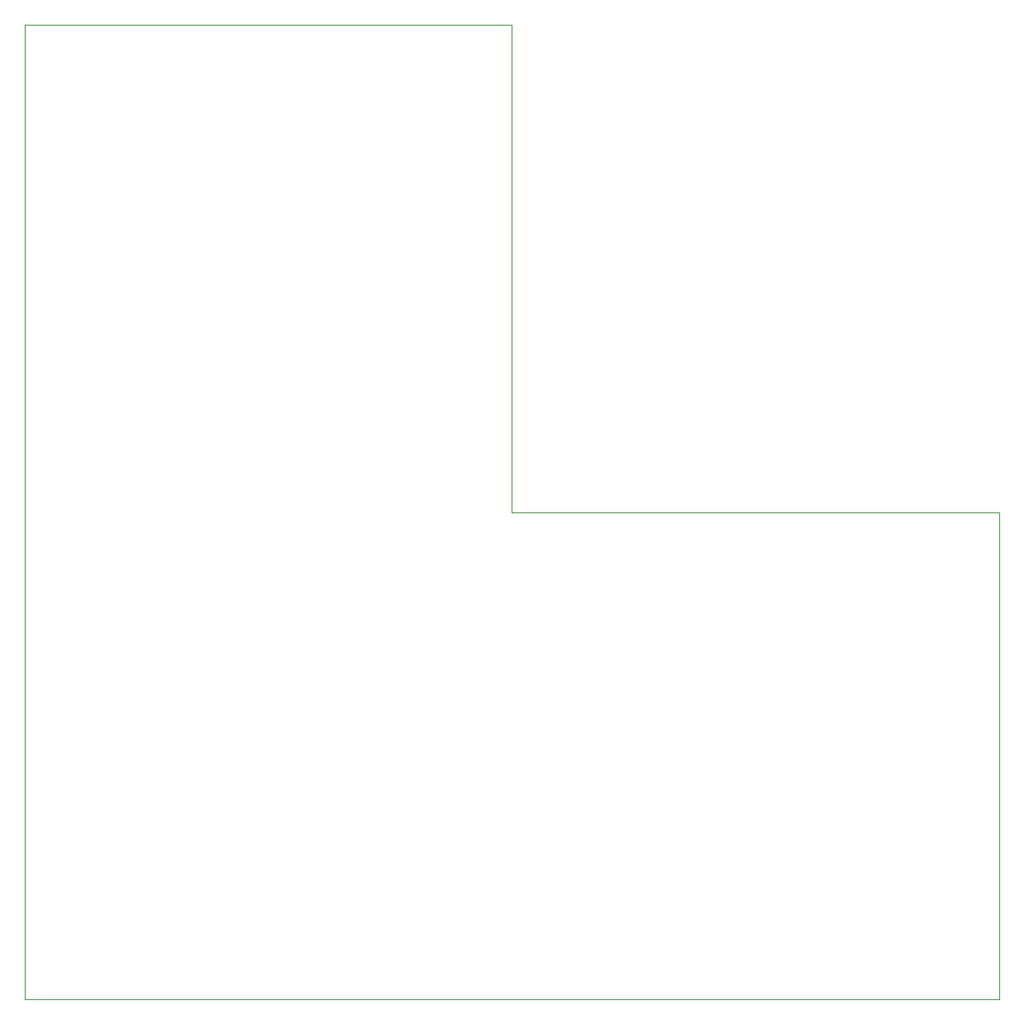
<source format=gbr>
G04 #@! TF.GenerationSoftware,KiCad,Pcbnew,(5.1.2)-2*
G04 #@! TF.CreationDate,2019-06-18T19:33:51+12:00*
G04 #@! TF.ProjectId,layout_2,6c61796f-7574-45f3-922e-6b696361645f,rev?*
G04 #@! TF.SameCoordinates,Original*
G04 #@! TF.FileFunction,Profile,NP*
%FSLAX46Y46*%
G04 Gerber Fmt 4.6, Leading zero omitted, Abs format (unit mm)*
G04 Created by KiCad (PCBNEW (5.1.2)-2) date 2019-06-18 19:33:51*
%MOMM*%
%LPD*%
G04 APERTURE LIST*
%ADD10C,0.050000*%
G04 APERTURE END LIST*
D10*
X176200000Y-139700000D02*
X76200000Y-139700000D01*
X176200000Y-89700000D02*
X176200000Y-139700000D01*
X126200000Y-89700000D02*
X176200000Y-89700000D01*
X126200000Y-39700000D02*
X126200000Y-89700000D01*
X76200000Y-39700000D02*
X126200000Y-39700000D01*
X76200000Y-139700000D02*
X76200000Y-39700000D01*
M02*

</source>
